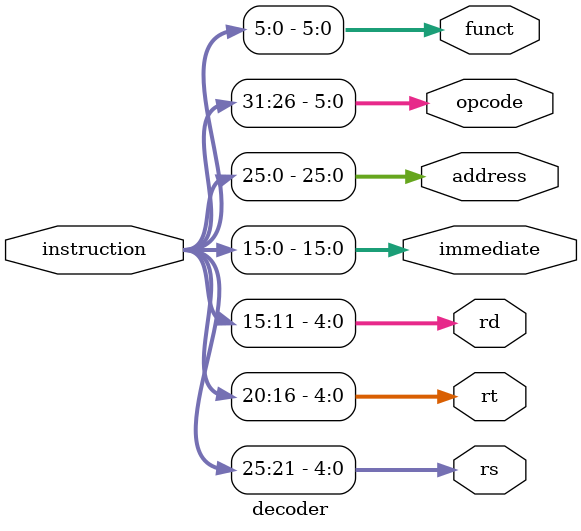
<source format=v>

module decoder(

output  [4:0]   rs, rt, rd,
output  [15:0]  immediate,
output  [25:0]  address,
output  [5:0]   opcode,
output  [5:0]   funct,
input   [31:0]  instruction
);

assign rs = instruction[25:21];
assign rt = instruction[20:16];
assign rd = instruction[15:11];
assign funct = instruction[5:0];
assign opcode = instruction[31:26];     
assign immediate = instruction[15:0];
assign address = instruction[25:0];

endmodule

</source>
